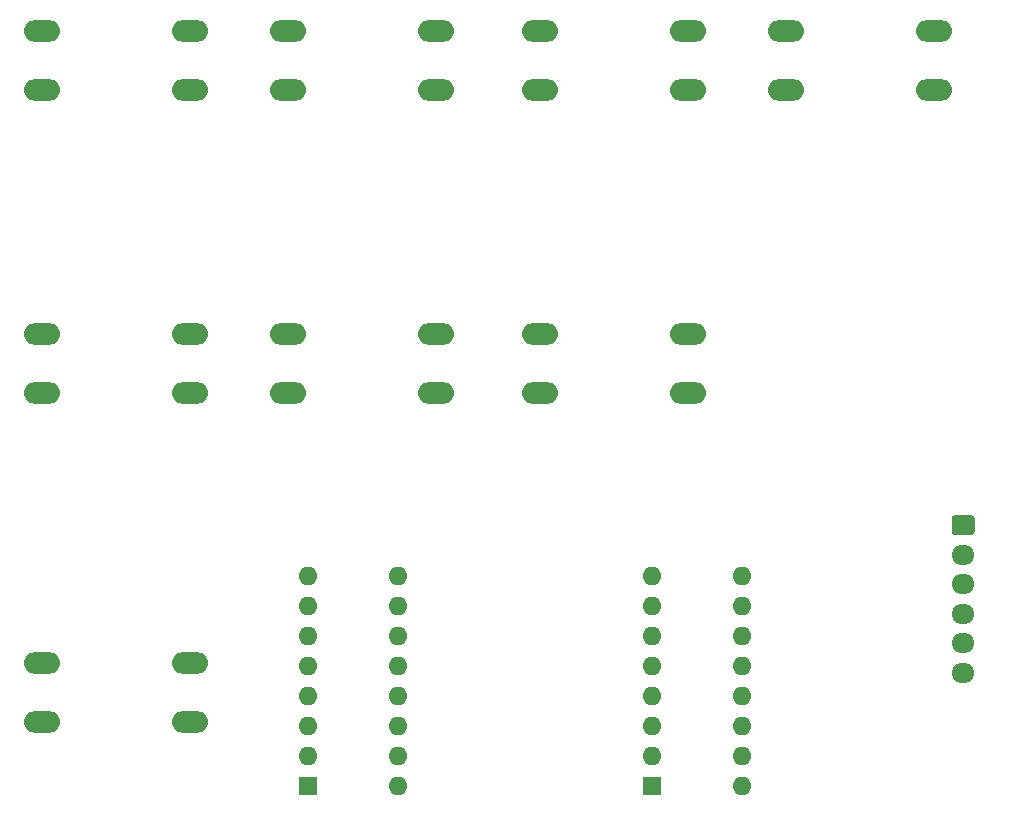
<source format=gbr>
%TF.GenerationSoftware,KiCad,Pcbnew,5.1.10*%
%TF.CreationDate,2021-07-27T03:07:11+02:00*%
%TF.ProjectId,OFICINA-TELE-ENCHUFES-INTERFAZ,4f464943-494e-4412-9d54-454c452d454e,rev?*%
%TF.SameCoordinates,Original*%
%TF.FileFunction,Soldermask,Bot*%
%TF.FilePolarity,Negative*%
%FSLAX46Y46*%
G04 Gerber Fmt 4.6, Leading zero omitted, Abs format (unit mm)*
G04 Created by KiCad (PCBNEW 5.1.10) date 2021-07-27 03:07:11*
%MOMM*%
%LPD*%
G01*
G04 APERTURE LIST*
%ADD10O,1.600000X1.600000*%
%ADD11R,1.600000X1.600000*%
%ADD12O,3.048000X1.850000*%
%ADD13O,1.950000X1.700000*%
G04 APERTURE END LIST*
D10*
%TO.C,U1*%
X143937436Y-125363000D03*
X136317436Y-107583000D03*
X143937436Y-122823000D03*
X136317436Y-110123000D03*
X143937436Y-120283000D03*
X136317436Y-112663000D03*
X143937436Y-117743000D03*
X136317436Y-115203000D03*
X143937436Y-115203000D03*
X136317436Y-117743000D03*
X143937436Y-112663000D03*
X136317436Y-120283000D03*
X143937436Y-110123000D03*
X136317436Y-122823000D03*
X143937436Y-107583000D03*
D11*
X136317436Y-125363000D03*
%TD*%
D10*
%TO.C,U2*%
X173045000Y-125363000D03*
X165425000Y-107583000D03*
X173045000Y-122823000D03*
X165425000Y-110123000D03*
X173045000Y-120283000D03*
X165425000Y-112663000D03*
X173045000Y-117743000D03*
X165425000Y-115203000D03*
X173045000Y-115203000D03*
X165425000Y-117743000D03*
X173045000Y-112663000D03*
X165425000Y-120283000D03*
X173045000Y-110123000D03*
X165425000Y-122823000D03*
X173045000Y-107583000D03*
D11*
X165425000Y-125363000D03*
%TD*%
D12*
%TO.C,SW1*%
X126300000Y-61393000D03*
X126300000Y-66393000D03*
X113800000Y-61393000D03*
X113800000Y-66393000D03*
%TD*%
D13*
%TO.C,J1*%
X191760000Y-115770000D03*
X191760000Y-113270000D03*
X191760000Y-110770000D03*
X191760000Y-108270000D03*
X191760000Y-105770000D03*
G36*
G01*
X191035000Y-102420000D02*
X192485000Y-102420000D01*
G75*
G02*
X192735000Y-102670000I0J-250000D01*
G01*
X192735000Y-103870000D01*
G75*
G02*
X192485000Y-104120000I-250000J0D01*
G01*
X191035000Y-104120000D01*
G75*
G02*
X190785000Y-103870000I0J250000D01*
G01*
X190785000Y-102670000D01*
G75*
G02*
X191035000Y-102420000I250000J0D01*
G01*
G37*
%TD*%
D12*
%TO.C,SW_ALL_OFF1*%
X113784436Y-119920000D03*
X113784436Y-114920000D03*
X126284436Y-119920000D03*
X126284436Y-114920000D03*
%TD*%
%TO.C,SW7*%
X155964000Y-92047000D03*
X155964000Y-87047000D03*
X168464000Y-92047000D03*
X168464000Y-87047000D03*
%TD*%
%TO.C,SW6*%
X147128000Y-87047000D03*
X147128000Y-92047000D03*
X134628000Y-87047000D03*
X134628000Y-92047000D03*
%TD*%
%TO.C,SW5*%
X126300000Y-87047000D03*
X126300000Y-92047000D03*
X113800000Y-87047000D03*
X113800000Y-92047000D03*
%TD*%
%TO.C,SW4*%
X189292000Y-61393000D03*
X189292000Y-66393000D03*
X176792000Y-61393000D03*
X176792000Y-66393000D03*
%TD*%
%TO.C,SW3*%
X155964000Y-66393000D03*
X155964000Y-61393000D03*
X168464000Y-66393000D03*
X168464000Y-61393000D03*
%TD*%
%TO.C,SW2*%
X147128000Y-61393000D03*
X147128000Y-66393000D03*
X134628000Y-61393000D03*
X134628000Y-66393000D03*
%TD*%
M02*

</source>
